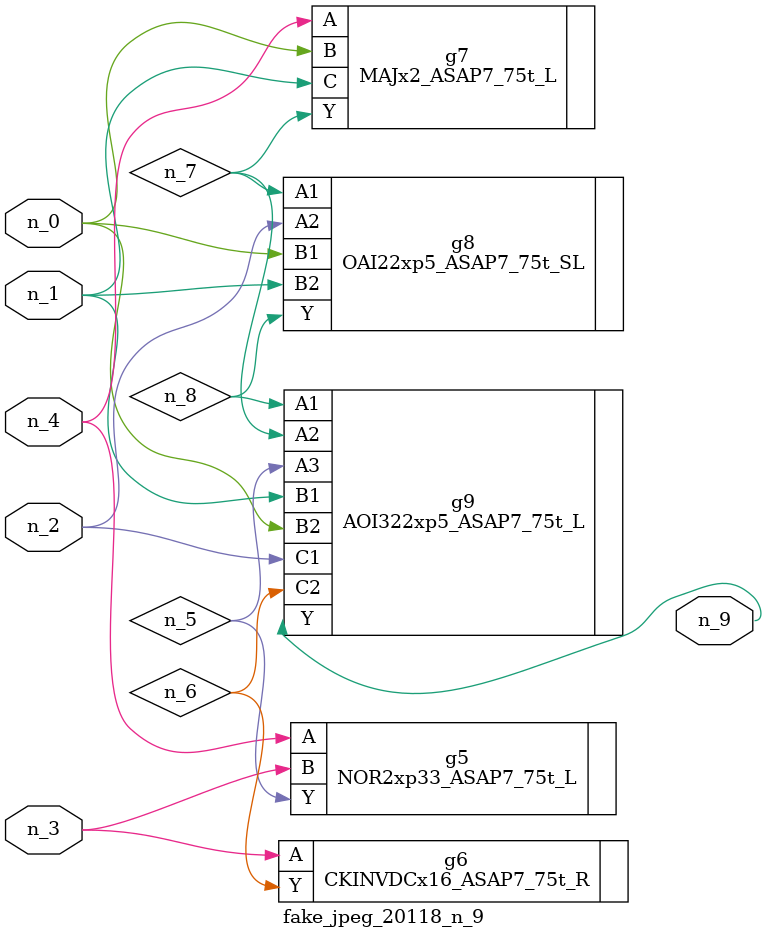
<source format=v>
module fake_jpeg_20118_n_9 (n_3, n_2, n_1, n_0, n_4, n_9);

input n_3;
input n_2;
input n_1;
input n_0;
input n_4;

output n_9;

wire n_8;
wire n_6;
wire n_5;
wire n_7;

NOR2xp33_ASAP7_75t_L g5 ( 
.A(n_4),
.B(n_3),
.Y(n_5)
);

CKINVDCx16_ASAP7_75t_R g6 ( 
.A(n_3),
.Y(n_6)
);

MAJx2_ASAP7_75t_L g7 ( 
.A(n_4),
.B(n_0),
.C(n_1),
.Y(n_7)
);

OAI22xp5_ASAP7_75t_SL g8 ( 
.A1(n_7),
.A2(n_2),
.B1(n_0),
.B2(n_1),
.Y(n_8)
);

AOI322xp5_ASAP7_75t_L g9 ( 
.A1(n_8),
.A2(n_7),
.A3(n_5),
.B1(n_1),
.B2(n_0),
.C1(n_2),
.C2(n_6),
.Y(n_9)
);


endmodule
</source>
